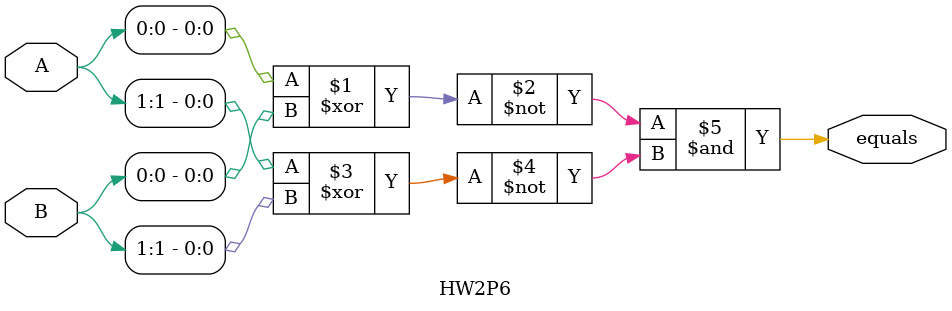
<source format=v>


module HW2P6(input[1:0] A, input[1:0] B, output equals);

assign equals = ~(A[0] ^ B[0]) & ~(A[1] ^ B[1]);

endmodule

    
</source>
